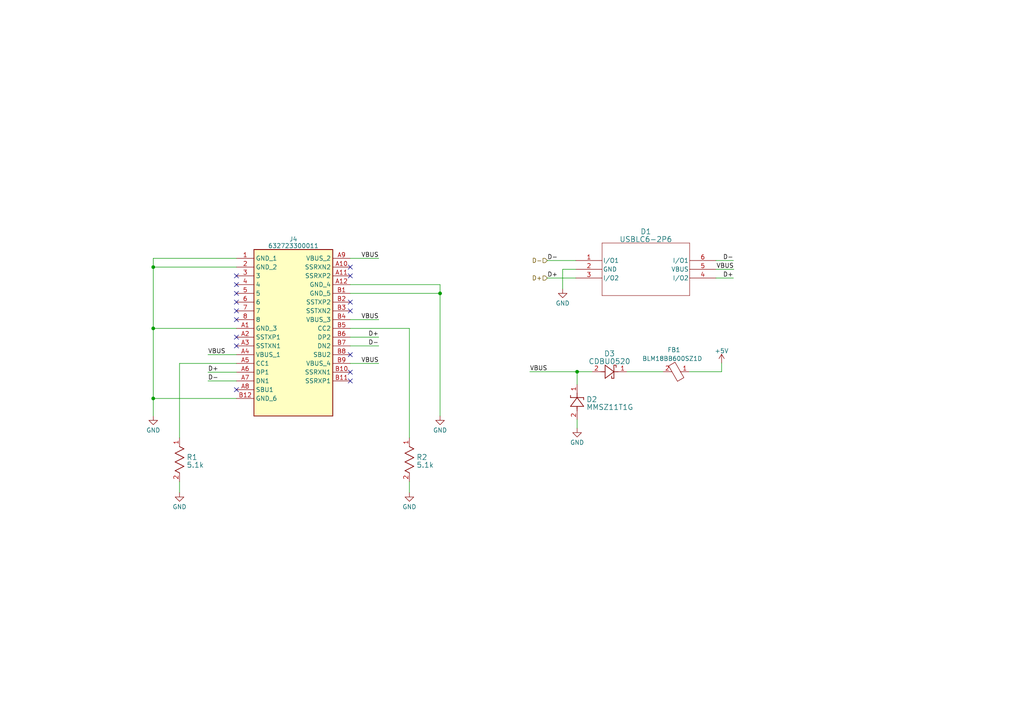
<source format=kicad_sch>
(kicad_sch (version 20230121) (generator eeschema)

  (uuid 3ea587a6-73d6-4efc-a91a-4fcc4846c910)

  (paper "A4")

  (lib_symbols
    (symbol "Junon's KB:632723300011" (in_bom yes) (on_board yes)
      (property "Reference" "J" (at 29.21 7.62 0)
        (effects (font (size 1.27 1.27)) (justify left top))
      )
      (property "Value" "632723300011" (at 29.21 5.08 0)
        (effects (font (size 1.27 1.27)) (justify left top))
      )
      (property "Footprint" "junon-kb:632723300011" (at 29.21 -94.92 0)
        (effects (font (size 1.27 1.27)) (justify left top) hide)
      )
      (property "Datasheet" "http://katalog.we-online.de/em/datasheet/632723x00011.pdf" (at 29.21 -194.92 0)
        (effects (font (size 1.27 1.27)) (justify left top) hide)
      )
      (property "Height" "2" (at 29.21 -394.92 0)
        (effects (font (size 1.27 1.27)) (justify left top) hide)
      )
      (property "Manufacturer_Name" "Wurth Elektronik" (at 29.21 -494.92 0)
        (effects (font (size 1.27 1.27)) (justify left top) hide)
      )
      (property "Manufacturer_Part_Number" "632723300011" (at 29.21 -594.92 0)
        (effects (font (size 1.27 1.27)) (justify left top) hide)
      )
      (property "Mouser Part Number" "710-632723300011" (at 29.21 -694.92 0)
        (effects (font (size 1.27 1.27)) (justify left top) hide)
      )
      (property "Mouser Price/Stock" "https://www.mouser.co.uk/ProductDetail/Wurth-Elektronik/632723300011?qs=NK6InXoXhq4%252B5eM1PePLPg%3D%3D" (at 29.21 -794.92 0)
        (effects (font (size 1.27 1.27)) (justify left top) hide)
      )
      (property "Arrow Part Number" "" (at 29.21 -894.92 0)
        (effects (font (size 1.27 1.27)) (justify left top) hide)
      )
      (property "Arrow Price/Stock" "" (at 29.21 -994.92 0)
        (effects (font (size 1.27 1.27)) (justify left top) hide)
      )
      (property "ki_description" "USB Connectors WR-COM USB3.1 Type C SuperSpeed+ Rcpt" (at 0 0 0)
        (effects (font (size 1.27 1.27)) hide)
      )
      (symbol "632723300011_1_1"
        (rectangle (start 5.08 2.54) (end 27.94 -45.72)
          (stroke (width 0.254) (type default))
          (fill (type background))
        )
        (pin passive line (at 0 0 0) (length 5.08)
          (name "GND_1" (effects (font (size 1.27 1.27))))
          (number "1" (effects (font (size 1.27 1.27))))
        )
        (pin passive line (at 0 -2.54 0) (length 5.08)
          (name "GND_2" (effects (font (size 1.27 1.27))))
          (number "2" (effects (font (size 1.27 1.27))))
        )
        (pin passive line (at 0 -5.08 0) (length 5.08)
          (name "3" (effects (font (size 1.27 1.27))))
          (number "3" (effects (font (size 1.27 1.27))))
        )
        (pin passive line (at 0 -7.62 0) (length 5.08)
          (name "4" (effects (font (size 1.27 1.27))))
          (number "4" (effects (font (size 1.27 1.27))))
        )
        (pin passive line (at 0 -10.16 0) (length 5.08)
          (name "5" (effects (font (size 1.27 1.27))))
          (number "5" (effects (font (size 1.27 1.27))))
        )
        (pin passive line (at 0 -12.7 0) (length 5.08)
          (name "6" (effects (font (size 1.27 1.27))))
          (number "6" (effects (font (size 1.27 1.27))))
        )
        (pin passive line (at 0 -15.24 0) (length 5.08)
          (name "7" (effects (font (size 1.27 1.27))))
          (number "7" (effects (font (size 1.27 1.27))))
        )
        (pin passive line (at 0 -17.78 0) (length 5.08)
          (name "8" (effects (font (size 1.27 1.27))))
          (number "8" (effects (font (size 1.27 1.27))))
        )
        (pin passive line (at 0 -20.32 0) (length 5.08)
          (name "GND_3" (effects (font (size 1.27 1.27))))
          (number "A1" (effects (font (size 1.27 1.27))))
        )
        (pin passive line (at 33.02 -2.54 180) (length 5.08)
          (name "SSRXN2" (effects (font (size 1.27 1.27))))
          (number "A10" (effects (font (size 1.27 1.27))))
        )
        (pin passive line (at 33.02 -5.08 180) (length 5.08)
          (name "SSRXP2" (effects (font (size 1.27 1.27))))
          (number "A11" (effects (font (size 1.27 1.27))))
        )
        (pin passive line (at 33.02 -7.62 180) (length 5.08)
          (name "GND_4" (effects (font (size 1.27 1.27))))
          (number "A12" (effects (font (size 1.27 1.27))))
        )
        (pin passive line (at 0 -22.86 0) (length 5.08)
          (name "SSTXP1" (effects (font (size 1.27 1.27))))
          (number "A2" (effects (font (size 1.27 1.27))))
        )
        (pin passive line (at 0 -25.4 0) (length 5.08)
          (name "SSTXN1" (effects (font (size 1.27 1.27))))
          (number "A3" (effects (font (size 1.27 1.27))))
        )
        (pin passive line (at 0 -27.94 0) (length 5.08)
          (name "VBUS_1" (effects (font (size 1.27 1.27))))
          (number "A4" (effects (font (size 1.27 1.27))))
        )
        (pin passive line (at 0 -30.48 0) (length 5.08)
          (name "CC1" (effects (font (size 1.27 1.27))))
          (number "A5" (effects (font (size 1.27 1.27))))
        )
        (pin passive line (at 0 -33.02 0) (length 5.08)
          (name "DP1" (effects (font (size 1.27 1.27))))
          (number "A6" (effects (font (size 1.27 1.27))))
        )
        (pin passive line (at 0 -35.56 0) (length 5.08)
          (name "DN1" (effects (font (size 1.27 1.27))))
          (number "A7" (effects (font (size 1.27 1.27))))
        )
        (pin passive line (at 0 -38.1 0) (length 5.08)
          (name "SBU1" (effects (font (size 1.27 1.27))))
          (number "A8" (effects (font (size 1.27 1.27))))
        )
        (pin passive line (at 33.02 0 180) (length 5.08)
          (name "VBUS_2" (effects (font (size 1.27 1.27))))
          (number "A9" (effects (font (size 1.27 1.27))))
        )
        (pin passive line (at 33.02 -10.16 180) (length 5.08)
          (name "GND_5" (effects (font (size 1.27 1.27))))
          (number "B1" (effects (font (size 1.27 1.27))))
        )
        (pin passive line (at 33.02 -33.02 180) (length 5.08)
          (name "SSRXN1" (effects (font (size 1.27 1.27))))
          (number "B10" (effects (font (size 1.27 1.27))))
        )
        (pin passive line (at 33.02 -35.56 180) (length 5.08)
          (name "SSRXP1" (effects (font (size 1.27 1.27))))
          (number "B11" (effects (font (size 1.27 1.27))))
        )
        (pin passive line (at 0 -40.64 0) (length 5.08)
          (name "GND_6" (effects (font (size 1.27 1.27))))
          (number "B12" (effects (font (size 1.27 1.27))))
        )
        (pin passive line (at 33.02 -12.7 180) (length 5.08)
          (name "SSTXP2" (effects (font (size 1.27 1.27))))
          (number "B2" (effects (font (size 1.27 1.27))))
        )
        (pin passive line (at 33.02 -15.24 180) (length 5.08)
          (name "SSTXN2" (effects (font (size 1.27 1.27))))
          (number "B3" (effects (font (size 1.27 1.27))))
        )
        (pin passive line (at 33.02 -17.78 180) (length 5.08)
          (name "VBUS_3" (effects (font (size 1.27 1.27))))
          (number "B4" (effects (font (size 1.27 1.27))))
        )
        (pin passive line (at 33.02 -20.32 180) (length 5.08)
          (name "CC2" (effects (font (size 1.27 1.27))))
          (number "B5" (effects (font (size 1.27 1.27))))
        )
        (pin passive line (at 33.02 -22.86 180) (length 5.08)
          (name "DP2" (effects (font (size 1.27 1.27))))
          (number "B6" (effects (font (size 1.27 1.27))))
        )
        (pin passive line (at 33.02 -25.4 180) (length 5.08)
          (name "DN2" (effects (font (size 1.27 1.27))))
          (number "B7" (effects (font (size 1.27 1.27))))
        )
        (pin passive line (at 33.02 -27.94 180) (length 5.08)
          (name "SBU2" (effects (font (size 1.27 1.27))))
          (number "B8" (effects (font (size 1.27 1.27))))
        )
        (pin passive line (at 33.02 -30.48 180) (length 5.08)
          (name "VBUS_4" (effects (font (size 1.27 1.27))))
          (number "B9" (effects (font (size 1.27 1.27))))
        )
      )
    )
    (symbol "Junon's KB:BLM18BB600SZ1D" (in_bom yes) (on_board yes)
      (property "Reference" "FB" (at 0 6.985 0)
        (effects (font (size 1.27 1.27)) (justify left top))
      )
      (property "Value" "BLM18BB600SZ1D" (at 0 4.445 0)
        (effects (font (size 1.27 1.27)) (justify left top))
      )
      (property "Footprint" "BLM18EG121SH1D" (at 16.51 -94.92 0)
        (effects (font (size 1.27 1.27)) (justify left top) hide)
      )
      (property "Datasheet" "http://www.murata.com/~/media/webrenewal/support/library/catalog/products/emc/emifil/c31e.ashx?la=en-gb" (at 16.51 -194.92 0)
        (effects (font (size 1.27 1.27)) (justify left top) hide)
      )
      (property "Height" "0.95" (at 16.51 -394.92 0)
        (effects (font (size 1.27 1.27)) (justify left top) hide)
      )
      (property "Manufacturer_Name" "Murata Electronics" (at 16.51 -494.92 0)
        (effects (font (size 1.27 1.27)) (justify left top) hide)
      )
      (property "Manufacturer_Part_Number" "BLM18BB600SZ1D" (at 16.51 -594.92 0)
        (effects (font (size 1.27 1.27)) (justify left top) hide)
      )
      (property "Mouser Part Number" "81-BLM18BB600SZ1D" (at 16.51 -694.92 0)
        (effects (font (size 1.27 1.27)) (justify left top) hide)
      )
      (property "Mouser Price/Stock" "https://www.mouser.com/Search/Refine.aspx?Keyword=81-BLM18BB600SZ1D" (at 16.51 -794.92 0)
        (effects (font (size 1.27 1.27)) (justify left top) hide)
      )
      (property "Arrow Part Number" "" (at 16.51 -894.92 0)
        (effects (font (size 1.27 1.27)) (justify left top) hide)
      )
      (property "Arrow Price/Stock" "" (at 16.51 -994.92 0)
        (effects (font (size 1.27 1.27)) (justify left top) hide)
      )
      (property "ki_description" "BLM18_Z1D Series EMI Suppression Filter 60+/-25% at 100MHz 600mA @85" (at 0 0 0)
        (effects (font (size 1.27 1.27)) hide)
      )
      (symbol "BLM18BB600SZ1D_0_1"
        (polyline
          (pts
            (xy 2.54 0)
            (xy 2.5146 0)
          )
          (stroke (width 0) (type default))
          (fill (type none))
        )
        (polyline
          (pts
            (xy 5.08 0)
            (xy 5.0292 0)
          )
          (stroke (width 0) (type default))
          (fill (type none))
        )
        (polyline
          (pts
            (xy 3.4036 -2.7686)
            (xy 1.5494 -1.7018)
            (xy 4.1148 2.7686)
            (xy 5.969 1.6764)
            (xy 3.4036 -2.7686)
          )
          (stroke (width 0) (type default))
          (fill (type none))
        )
      )
      (symbol "BLM18BB600SZ1D_1_1"
        (pin passive line (at 0 0 0) (length 2.54)
          (name "~" (effects (font (size 1.27 1.27))))
          (number "1" (effects (font (size 1.27 1.27))))
        )
        (pin passive line (at 7.62 0 180) (length 2.54)
          (name "~" (effects (font (size 1.27 1.27))))
          (number "2" (effects (font (size 1.27 1.27))))
        )
      )
    )
    (symbol "Junon's KB:CDBU0520" (pin_names (offset 0.254)) (in_bom yes) (on_board yes)
      (property "Reference" "U" (at 5.08 5.08 0)
        (effects (font (size 1.524 1.524)))
      )
      (property "Value" "CDBU0520" (at 5.08 -4.445 0)
        (effects (font (size 1.524 1.524)))
      )
      (property "Footprint" "junon-kb:CDBU" (at 0 0 0)
        (effects (font (size 1.27 1.27) italic) hide)
      )
      (property "Datasheet" "https://www.mouser.de/datasheet/2/80/CDBU0520_HF_RevA797161-2489860.pdf" (at 0 0 0)
        (effects (font (size 1.27 1.27) italic) hide)
      )
      (property "Arrow ID" "CDBU0520" (at 0 -3 0)
        (effects (font (size 1.27 1.27) italic) hide)
      )
      (property "Mfr. Name" "Comchip" (at 0 -3 0)
        (effects (font (size 1.27 1.27) italic) hide)
      )
      (property "Mfr. Number" "CDBU0520" (at 0 -3 0)
        (effects (font (size 1.27 1.27) italic) hide)
      )
      (property "Mouser ID" "750-CDBU0520" (at 0 -3 0)
        (effects (font (size 1.27 1.27) italic) hide)
      )
      (property "Description" "SMT Schottky Diode 30V 0.5A 2-Pin SOD-523F (0603) | Comchip Technology CDBU0520" (at 0 -3 0)
        (effects (font (size 1.27 1.27) italic) hide)
      )
      (property "Mouser URL" "https://www.mouser.de/ProductDetail/Comchip-Technology/CDBU0520?qs=QrYNfmA0esYvGSGDalbccA%3D%3D" (at 0 -3 0)
        (effects (font (size 1.27 1.27) italic) hide)
      )
      (property "DigiKey ID" "641-1332-1-ND" (at 0 -3 0)
        (effects (font (size 1.27 1.27) italic) hide)
      )
      (property "ki_locked" "" (at 0 0 0)
        (effects (font (size 1.27 1.27)))
      )
      (property "ki_keywords" "CDBU0520" (at 0 0 0)
        (effects (font (size 1.27 1.27)) hide)
      )
      (property "ki_description" "SMT Schottky Diode 30V 0.5A 2-Pin SOD-523F (0603) | Comchip Technology CDBU0520" (at 0 0 0)
        (effects (font (size 1.27 1.27)) hide)
      )
      (property "ki_fp_filters" "CDBU CDBU-M CDBU-L" (at 0 0 0)
        (effects (font (size 1.27 1.27)) hide)
      )
      (symbol "CDBU0520_0_1"
        (polyline
          (pts
            (xy 3.175 1.905)
            (xy 3.175 1.27)
          )
          (stroke (width 0.2032) (type default))
          (fill (type none))
        )
        (polyline
          (pts
            (xy 3.175 1.905)
            (xy 3.81 1.905)
          )
          (stroke (width 0.2032) (type default))
          (fill (type none))
        )
        (polyline
          (pts
            (xy 3.81 0)
            (xy 2.54 0)
          )
          (stroke (width 0.2032) (type default))
          (fill (type none))
        )
        (polyline
          (pts
            (xy 3.81 0)
            (xy 6.35 -1.905)
          )
          (stroke (width 0.2032) (type default))
          (fill (type none))
        )
        (polyline
          (pts
            (xy 3.81 1.905)
            (xy 3.81 -1.905)
          )
          (stroke (width 0.2032) (type default))
          (fill (type none))
        )
        (polyline
          (pts
            (xy 4.445 -1.905)
            (xy 3.81 -1.905)
          )
          (stroke (width 0.2032) (type default))
          (fill (type none))
        )
        (polyline
          (pts
            (xy 4.445 -1.905)
            (xy 4.445 -1.27)
          )
          (stroke (width 0.2032) (type default))
          (fill (type none))
        )
        (polyline
          (pts
            (xy 6.35 -1.905)
            (xy 6.35 1.905)
          )
          (stroke (width 0.2032) (type default))
          (fill (type none))
        )
        (polyline
          (pts
            (xy 6.35 1.905)
            (xy 3.81 0)
          )
          (stroke (width 0.2032) (type default))
          (fill (type none))
        )
        (polyline
          (pts
            (xy 6.985 0)
            (xy 6.35 0)
          )
          (stroke (width 0.2032) (type default))
          (fill (type none))
        )
        (polyline
          (pts
            (xy 7.62 0)
            (xy 6.6802 0)
          )
          (stroke (width 0.2032) (type default))
          (fill (type none))
        )
        (pin unspecified line (at 0 0 0) (length 2.54)
          (name "" (effects (font (size 1.27 1.27))))
          (number "1" (effects (font (size 1.27 1.27))))
        )
        (pin unspecified line (at 10.16 0 180) (length 2.54)
          (name "" (effects (font (size 1.27 1.27))))
          (number "2" (effects (font (size 1.27 1.27))))
        )
      )
    )
    (symbol "Junon's KB:ERJ-UP3F5101V" (pin_names (offset 0.254)) (in_bom yes) (on_board yes)
      (property "Reference" "R" (at 5.715 3.81 0)
        (effects (font (size 1.524 1.524)))
      )
      (property "Value" "ERJ-UP3F5101V" (at 6.35 -3.81 0)
        (effects (font (size 1.524 1.524)))
      )
      (property "Footprint" "junon-kb:RES_ERJUP3_PAN" (at 0 0 0)
        (effects (font (size 1.27 1.27) italic) hide)
      )
      (property "Datasheet" "https://www.mouser.de/datasheet/2/315/Panasonic_Resistors_Thick_Film_Anti_Sulf_Anti_Surg-1825099.pdf" (at 0 0 0)
        (effects (font (size 1.27 1.27) italic) hide)
      )
      (property "Mfr. Number" "ERJ-UP3F5101V" (at 0 -3 0)
        (effects (font (size 1.27 1.27) italic) hide)
      )
      (property "Mouser ID" "667-ERJ-UP3F5101V" (at 0 -3 0)
        (effects (font (size 1.27 1.27) italic) hide)
      )
      (property "Arrow ID" "null" (at 0 -3 0)
        (effects (font (size 1.27 1.27) italic) hide)
      )
      (property "Description" "Res Thick Film 0603 5.1K Ohm 1% 0.25W(1/4W) ±100ppm/C Sulfur Resistant Pad SMD Automotive T/R" (at 0 -3 0)
        (effects (font (size 1.27 1.27) italic) hide)
      )
      (property "Mouser URL" "https://www.mouser.de/ProductDetail/Panasonic/ERJ-UP3F5101V?qs=GedFDFLaBXEn4HV0BqOALQ%3D%3D" (at 0 -3 0)
        (effects (font (size 1.27 1.27) italic) hide)
      )
      (property "Mfr. Name" "Panasonic" (at 0 -3 0)
        (effects (font (size 1.27 1.27) italic) hide)
      )
      (property "DigiKey ID" "10-ERJ-UP3F5101VCT-ND" (at 0 -3 0)
        (effects (font (size 1.27 1.27) italic) hide)
      )
      (property "ki_locked" "" (at 0 0 0)
        (effects (font (size 1.27 1.27)))
      )
      (property "ki_keywords" "ERJ-UP3F5101V" (at 0 0 0)
        (effects (font (size 1.27 1.27)) hide)
      )
      (property "ki_description" "Res Thick Film 0603 5.1K Ohm 1% 0.25W(1/4W) ±100ppm/C Sulfur Resistant Pad SMD Automotive T/R" (at 0 0 0)
        (effects (font (size 1.27 1.27)) hide)
      )
      (property "ki_fp_filters" "RES_ERJUP3_PAN RES_ERJUP3_PAN-M RES_ERJUP3_PAN-L" (at 0 0 0)
        (effects (font (size 1.27 1.27)) hide)
      )
      (symbol "ERJ-UP3F5101V_1_1"
        (polyline
          (pts
            (xy 2.54 0)
            (xy 3.175 1.27)
          )
          (stroke (width 0.2032) (type default))
          (fill (type none))
        )
        (polyline
          (pts
            (xy 3.175 1.27)
            (xy 4.445 -1.27)
          )
          (stroke (width 0.2032) (type default))
          (fill (type none))
        )
        (polyline
          (pts
            (xy 4.445 -1.27)
            (xy 5.715 1.27)
          )
          (stroke (width 0.2032) (type default))
          (fill (type none))
        )
        (polyline
          (pts
            (xy 5.715 1.27)
            (xy 6.985 -1.27)
          )
          (stroke (width 0.2032) (type default))
          (fill (type none))
        )
        (polyline
          (pts
            (xy 6.985 -1.27)
            (xy 8.255 1.27)
          )
          (stroke (width 0.2032) (type default))
          (fill (type none))
        )
        (polyline
          (pts
            (xy 8.255 1.27)
            (xy 9.525 -1.27)
          )
          (stroke (width 0.2032) (type default))
          (fill (type none))
        )
        (polyline
          (pts
            (xy 9.525 -1.27)
            (xy 10.16 0)
          )
          (stroke (width 0.2032) (type default))
          (fill (type none))
        )
        (pin unspecified line (at 0 0 0) (length 2.54)
          (name "" (effects (font (size 1.27 1.27))))
          (number "1" (effects (font (size 1.27 1.27))))
        )
        (pin unspecified line (at 12.7 0 180) (length 2.54)
          (name "" (effects (font (size 1.27 1.27))))
          (number "2" (effects (font (size 1.27 1.27))))
        )
      )
      (symbol "ERJ-UP3F5101V_1_2"
        (polyline
          (pts
            (xy -1.27 3.175)
            (xy 1.27 4.445)
          )
          (stroke (width 0.2032) (type default))
          (fill (type none))
        )
        (polyline
          (pts
            (xy -1.27 5.715)
            (xy 1.27 6.985)
          )
          (stroke (width 0.2032) (type default))
          (fill (type none))
        )
        (polyline
          (pts
            (xy -1.27 8.255)
            (xy 1.27 9.525)
          )
          (stroke (width 0.2032) (type default))
          (fill (type none))
        )
        (polyline
          (pts
            (xy 0 2.54)
            (xy -1.27 3.175)
          )
          (stroke (width 0.2032) (type default))
          (fill (type none))
        )
        (polyline
          (pts
            (xy 1.27 4.445)
            (xy -1.27 5.715)
          )
          (stroke (width 0.2032) (type default))
          (fill (type none))
        )
        (polyline
          (pts
            (xy 1.27 6.985)
            (xy -1.27 8.255)
          )
          (stroke (width 0.2032) (type default))
          (fill (type none))
        )
        (polyline
          (pts
            (xy 1.27 9.525)
            (xy 0 10.16)
          )
          (stroke (width 0.2032) (type default))
          (fill (type none))
        )
        (pin unspecified line (at 0 12.7 270) (length 2.54)
          (name "" (effects (font (size 1.27 1.27))))
          (number "1" (effects (font (size 1.27 1.27))))
        )
        (pin unspecified line (at 0 0 90) (length 2.54)
          (name "" (effects (font (size 1.27 1.27))))
          (number "2" (effects (font (size 1.27 1.27))))
        )
      )
    )
    (symbol "Junon's KB:MMSZ11T1G" (pin_names (offset 0.254)) (in_bom yes) (on_board yes)
      (property "Reference" "U" (at 5.08 5.715 0)
        (effects (font (size 1.524 1.524)))
      )
      (property "Value" "MMSZ11T1G" (at 5.08 3.175 0)
        (effects (font (size 1.524 1.524)))
      )
      (property "Footprint" "junon-kb:SOD-123_ONS" (at 0.635 10.795 0)
        (effects (font (size 1.27 1.27) italic) hide)
      )
      (property "Datasheet" "https://www.mouser.de/datasheet/2/308/1/MMSZ2V4T1_D-2316151.pdf" (at 1.905 13.97 0)
        (effects (font (size 1.27 1.27) italic) hide)
      )
      (property "Description" "MMSZ11T1G Zener Diode, 11V 5% 500 mW SMT 3-Pin SOD-123 | ON Semiconductor MMSZ11T1G" (at 0.635 17.145 0)
        (effects (font (size 1.27 1.27) italic) hide)
      )
      (property "Mouser ID" "863-MMSZ11T1G" (at 0.635 17.145 0)
        (effects (font (size 1.27 1.27) italic) hide)
      )
      (property "Arrow ID" "MMSZ11T1G" (at 0.635 17.145 0)
        (effects (font (size 1.27 1.27) italic) hide)
      )
      (property "Mfr. Name" "onsemi" (at 0.635 17.145 0)
        (effects (font (size 1.27 1.27) italic) hide)
      )
      (property "Mfr. Number" "MMSZ11T1G" (at 0.635 17.145 0)
        (effects (font (size 1.27 1.27) italic) hide)
      )
      (property "DigiKey ID" "MMSZ11T1GOSCT-ND" (at 0.635 17.145 0)
        (effects (font (size 1.27 1.27) italic) hide)
      )
      (property "Mouser URL" "https://www.mouser.de/ProductDetail/onsemi/MMSZ11T1G?qs=P4IOph%252Bbot8p%2F5VT25nATQ%3D%3D" (at 0.635 17.145 0)
        (effects (font (size 1.27 1.27) italic) hide)
      )
      (property "ki_locked" "" (at 0 0 0)
        (effects (font (size 1.27 1.27)))
      )
      (property "ki_keywords" "MMSZ11T1G" (at 0 0 0)
        (effects (font (size 1.27 1.27)) hide)
      )
      (property "ki_description" "MMSZ11T1G Zener Diode, 11V 5% 500 mW SMT 3-Pin SOD-123 | ON Semiconductor MMSZ11T1G" (at 0 0 0)
        (effects (font (size 1.27 1.27)) hide)
      )
      (property "ki_fp_filters" "SOD-123_ONS SOD-123_ONS-M SOD-123_ONS-L" (at 0 0 0)
        (effects (font (size 1.27 1.27)) hide)
      )
      (symbol "MMSZ11T1G_0_1"
        (polyline
          (pts
            (xy 3.175 1.905)
            (xy 3.81 1.905)
          )
          (stroke (width 0.2032) (type default))
          (fill (type none))
        )
        (polyline
          (pts
            (xy 3.81 0)
            (xy 2.54 0)
          )
          (stroke (width 0.2032) (type default))
          (fill (type none))
        )
        (polyline
          (pts
            (xy 3.81 0)
            (xy 6.35 -1.905)
          )
          (stroke (width 0.2032) (type default))
          (fill (type none))
        )
        (polyline
          (pts
            (xy 3.81 1.905)
            (xy 3.81 -1.905)
          )
          (stroke (width 0.2032) (type default))
          (fill (type none))
        )
        (polyline
          (pts
            (xy 4.445 -1.905)
            (xy 3.81 -1.905)
          )
          (stroke (width 0.2032) (type default))
          (fill (type none))
        )
        (polyline
          (pts
            (xy 6.35 -1.905)
            (xy 6.35 1.905)
          )
          (stroke (width 0.2032) (type default))
          (fill (type none))
        )
        (polyline
          (pts
            (xy 6.35 1.905)
            (xy 3.81 0)
          )
          (stroke (width 0.2032) (type default))
          (fill (type none))
        )
        (polyline
          (pts
            (xy 6.985 0)
            (xy 6.35 0)
          )
          (stroke (width 0.2032) (type default))
          (fill (type none))
        )
        (polyline
          (pts
            (xy 7.62 0)
            (xy 6.6802 0)
          )
          (stroke (width 0.2032) (type default))
          (fill (type none))
        )
        (pin unspecified line (at 0 0 0) (length 2.54)
          (name "" (effects (font (size 1.27 1.27))))
          (number "1" (effects (font (size 1.27 1.27))))
        )
        (pin unspecified line (at 10.16 0 180) (length 2.54)
          (name "" (effects (font (size 1.27 1.27))))
          (number "2" (effects (font (size 1.27 1.27))))
        )
      )
    )
    (symbol "Junon's KB:USBLC6-2P6" (pin_names (offset 0.254)) (in_bom yes) (on_board yes)
      (property "Reference" "CR" (at 20.32 10.16 0)
        (effects (font (size 1.524 1.524)))
      )
      (property "Value" "USBLC6-2P6" (at 20.32 7.62 0)
        (effects (font (size 1.524 1.524)))
      )
      (property "Footprint" "junon-kb:SOT-666_STM" (at 0 0 0)
        (effects (font (size 1.27 1.27) italic) hide)
      )
      (property "Datasheet" "https://www.mouser.de/datasheet/2/389/usblc6_2-1852789.pdf" (at 0 0 0)
        (effects (font (size 1.27 1.27) italic) hide)
      )
      (property "Mfr. Number" "USBLC6-2P6" (at 0 -3 0)
        (effects (font (size 1.27 1.27) italic) hide)
      )
      (property "Description" "ESD Protection for USB 2.0 High Speed" (at 0 -3 0)
        (effects (font (size 1.27 1.27) italic) hide)
      )
      (property "Mouser URL" "https://www.mouser.de/ProductDetail/STMicroelectronics/USBLC6-2P6?qs=6ARB0lp6jlViGcbUSvj1Mw%3D%3D" (at 0 -3 0)
        (effects (font (size 1.27 1.27) italic) hide)
      )
      (property "Arrow ID" "USBLC6-2P6" (at 0 -3 0)
        (effects (font (size 1.27 1.27) italic) hide)
      )
      (property "Mouser ID" "511-USBLC6-2P6" (at 0 -3 0)
        (effects (font (size 1.27 1.27) italic) hide)
      )
      (property "Mfr. Name" "STMicroelectronics" (at 0 -3 0)
        (effects (font (size 1.27 1.27) italic) hide)
      )
      (property "DigiKey ID" "497-5026-1-ND" (at 0 -3 0)
        (effects (font (size 1.27 1.27) italic) hide)
      )
      (property "ki_locked" "" (at 0 0 0)
        (effects (font (size 1.27 1.27)))
      )
      (property "ki_keywords" "USBLC6-2P6" (at 0 0 0)
        (effects (font (size 1.27 1.27)) hide)
      )
      (property "ki_description" "ESD Protection for USB 2.0 High Speed" (at 0 0 0)
        (effects (font (size 1.27 1.27)) hide)
      )
      (property "ki_fp_filters" "SOT-666_STM SOT-666_STM-M SOT-666_STM-L" (at 0 0 0)
        (effects (font (size 1.27 1.27)) hide)
      )
      (symbol "USBLC6-2P6_0_1"
        (polyline
          (pts
            (xy 7.62 -10.16)
            (xy 33.02 -10.16)
          )
          (stroke (width 0.127) (type default))
          (fill (type none))
        )
        (polyline
          (pts
            (xy 7.62 5.08)
            (xy 7.62 -10.16)
          )
          (stroke (width 0.127) (type default))
          (fill (type none))
        )
        (polyline
          (pts
            (xy 33.02 -10.16)
            (xy 33.02 5.08)
          )
          (stroke (width 0.127) (type default))
          (fill (type none))
        )
        (polyline
          (pts
            (xy 33.02 5.08)
            (xy 7.62 5.08)
          )
          (stroke (width 0.127) (type default))
          (fill (type none))
        )
        (pin bidirectional line (at 0 0 0) (length 7.62)
          (name "I/O1" (effects (font (size 1.27 1.27))))
          (number "1" (effects (font (size 1.27 1.27))))
        )
        (pin power_in line (at 0 -2.54 0) (length 7.62)
          (name "GND" (effects (font (size 1.27 1.27))))
          (number "2" (effects (font (size 1.27 1.27))))
        )
        (pin bidirectional line (at 0 -5.08 0) (length 7.62)
          (name "I/O2" (effects (font (size 1.27 1.27))))
          (number "3" (effects (font (size 1.27 1.27))))
        )
        (pin bidirectional line (at 40.64 -5.08 180) (length 7.62)
          (name "I/O2" (effects (font (size 1.27 1.27))))
          (number "4" (effects (font (size 1.27 1.27))))
        )
        (pin power_in line (at 40.64 -2.54 180) (length 7.62)
          (name "VBUS" (effects (font (size 1.27 1.27))))
          (number "5" (effects (font (size 1.27 1.27))))
        )
        (pin bidirectional line (at 40.64 0 180) (length 7.62)
          (name "I/O1" (effects (font (size 1.27 1.27))))
          (number "6" (effects (font (size 1.27 1.27))))
        )
      )
    )
    (symbol "power:+5V" (power) (pin_names (offset 0)) (in_bom yes) (on_board yes)
      (property "Reference" "#PWR" (at 0 -3.81 0)
        (effects (font (size 1.27 1.27)) hide)
      )
      (property "Value" "+5V" (at 0 3.556 0)
        (effects (font (size 1.27 1.27)))
      )
      (property "Footprint" "" (at 0 0 0)
        (effects (font (size 1.27 1.27)) hide)
      )
      (property "Datasheet" "" (at 0 0 0)
        (effects (font (size 1.27 1.27)) hide)
      )
      (property "ki_keywords" "global power" (at 0 0 0)
        (effects (font (size 1.27 1.27)) hide)
      )
      (property "ki_description" "Power symbol creates a global label with name \"+5V\"" (at 0 0 0)
        (effects (font (size 1.27 1.27)) hide)
      )
      (symbol "+5V_0_1"
        (polyline
          (pts
            (xy -0.762 1.27)
            (xy 0 2.54)
          )
          (stroke (width 0) (type default))
          (fill (type none))
        )
        (polyline
          (pts
            (xy 0 0)
            (xy 0 2.54)
          )
          (stroke (width 0) (type default))
          (fill (type none))
        )
        (polyline
          (pts
            (xy 0 2.54)
            (xy 0.762 1.27)
          )
          (stroke (width 0) (type default))
          (fill (type none))
        )
      )
      (symbol "+5V_1_1"
        (pin power_in line (at 0 0 90) (length 0) hide
          (name "+5V" (effects (font (size 1.27 1.27))))
          (number "1" (effects (font (size 1.27 1.27))))
        )
      )
    )
    (symbol "power:GND" (power) (pin_names (offset 0)) (in_bom yes) (on_board yes)
      (property "Reference" "#PWR" (at 0 -6.35 0)
        (effects (font (size 1.27 1.27)) hide)
      )
      (property "Value" "GND" (at 0 -3.81 0)
        (effects (font (size 1.27 1.27)))
      )
      (property "Footprint" "" (at 0 0 0)
        (effects (font (size 1.27 1.27)) hide)
      )
      (property "Datasheet" "" (at 0 0 0)
        (effects (font (size 1.27 1.27)) hide)
      )
      (property "ki_keywords" "global power" (at 0 0 0)
        (effects (font (size 1.27 1.27)) hide)
      )
      (property "ki_description" "Power symbol creates a global label with name \"GND\" , ground" (at 0 0 0)
        (effects (font (size 1.27 1.27)) hide)
      )
      (symbol "GND_0_1"
        (polyline
          (pts
            (xy 0 0)
            (xy 0 -1.27)
            (xy 1.27 -1.27)
            (xy 0 -2.54)
            (xy -1.27 -1.27)
            (xy 0 -1.27)
          )
          (stroke (width 0) (type default))
          (fill (type none))
        )
      )
      (symbol "GND_1_1"
        (pin power_in line (at 0 0 270) (length 0) hide
          (name "GND" (effects (font (size 1.27 1.27))))
          (number "1" (effects (font (size 1.27 1.27))))
        )
      )
    )
  )

  (junction (at 44.45 77.47) (diameter 0) (color 0 0 0 0)
    (uuid 19373f27-a5e1-4f0c-a7e3-ebb5ffbd774f)
  )
  (junction (at 127.635 85.09) (diameter 0) (color 0 0 0 0)
    (uuid 8eebb54e-b5bc-414e-8606-a42462626475)
  )
  (junction (at 44.45 115.57) (diameter 0) (color 0 0 0 0)
    (uuid a21fa820-7604-4a20-bdfa-0196ef7435d4)
  )
  (junction (at 167.386 107.823) (diameter 0) (color 0 0 0 0)
    (uuid a4b74d5a-dc60-4e5f-98e2-62e3b7f08a3a)
  )
  (junction (at 44.45 95.25) (diameter 0) (color 0 0 0 0)
    (uuid ff62ec29-79a1-48e8-90af-7cd342bc64c8)
  )

  (no_connect (at 68.58 97.79) (uuid 012bec44-eb6c-4e06-9e6d-b6270b46ed8e))
  (no_connect (at 68.58 85.09) (uuid 225e28b4-621d-4f53-a8be-cb3649bf3935))
  (no_connect (at 68.58 80.01) (uuid 4e63a7b6-70a1-4568-9499-f0c8cecf7b5e))
  (no_connect (at 68.58 113.03) (uuid 702da97d-19c5-48cf-9586-f962072d31a9))
  (no_connect (at 68.58 92.71) (uuid 8997ed93-014b-4c17-8924-273355686335))
  (no_connect (at 68.58 100.33) (uuid 939a1263-d0d6-46d7-99a9-9338fb34e43b))
  (no_connect (at 68.58 90.17) (uuid 94ed7e4d-9f45-472c-8faa-02b9c1de73c5))
  (no_connect (at 101.6 107.95) (uuid a44886ea-6cc8-4b26-9571-0e71f266b4a7))
  (no_connect (at 68.58 82.55) (uuid bbac01a7-25b6-4bdb-a911-761dcc359688))
  (no_connect (at 101.6 87.63) (uuid c8adbf0b-c742-4467-9618-c54da4ba2774))
  (no_connect (at 101.6 90.17) (uuid c96acf6e-3779-492d-b4e4-c0e50a173b0c))
  (no_connect (at 101.6 102.87) (uuid cc20b2ec-11c8-4ddf-bbc8-b3a7331331d5))
  (no_connect (at 101.6 110.49) (uuid cd7c71ca-6c8b-44e0-9b6b-36484cd89bfd))
  (no_connect (at 101.6 77.47) (uuid d4549227-c7ab-4bb9-ae3b-ef3f0e72dfc5))
  (no_connect (at 101.6 80.01) (uuid d94499cf-3f44-4a14-bd00-4fdc343fb29e))
  (no_connect (at 68.58 87.63) (uuid dd52caee-d070-458d-b23f-1ff098c35f29))

  (wire (pts (xy 52.07 142.875) (xy 52.07 139.7))
    (stroke (width 0) (type default))
    (uuid 0b1a4227-f10b-4cee-97ec-b419de3269e2)
  )
  (wire (pts (xy 44.45 95.25) (xy 44.45 115.57))
    (stroke (width 0) (type default))
    (uuid 10a1c629-8818-4fd1-b3c8-27d9966e3e14)
  )
  (wire (pts (xy 158.75 80.645) (xy 167.005 80.645))
    (stroke (width 0) (type default))
    (uuid 113a6391-f1aa-48b7-9982-c4ec80a3c7d3)
  )
  (wire (pts (xy 109.855 105.41) (xy 101.6 105.41))
    (stroke (width 0) (type default))
    (uuid 12cea79c-d421-4bff-91ac-cd8ffe19a0aa)
  )
  (wire (pts (xy 109.855 74.93) (xy 101.6 74.93))
    (stroke (width 0) (type default))
    (uuid 1868d5c4-9533-41ce-80a6-9cf2d3ce7637)
  )
  (wire (pts (xy 167.386 107.823) (xy 153.67 107.823))
    (stroke (width 0) (type default))
    (uuid 1b4fd409-1055-4f60-a554-e88d3245f1e0)
  )
  (wire (pts (xy 163.195 78.105) (xy 163.195 83.82))
    (stroke (width 0) (type default))
    (uuid 202eba83-3e2f-40d6-8aad-72d1228121a4)
  )
  (wire (pts (xy 167.386 121.666) (xy 167.386 124.206))
    (stroke (width 0) (type default))
    (uuid 264b03be-a4e4-4af9-aa1a-d1f6f0e25e4b)
  )
  (wire (pts (xy 109.855 92.71) (xy 101.6 92.71))
    (stroke (width 0) (type default))
    (uuid 28ca57c3-4113-4a2a-ac93-4bd4b7677beb)
  )
  (wire (pts (xy 101.6 85.09) (xy 127.635 85.09))
    (stroke (width 0) (type default))
    (uuid 418ec21e-180e-4ae3-b06d-8edae2baf01b)
  )
  (wire (pts (xy 44.45 74.93) (xy 44.45 77.47))
    (stroke (width 0) (type default))
    (uuid 41ca4f0a-8bc8-4553-929f-03d1534dbe2e)
  )
  (wire (pts (xy 101.6 95.25) (xy 118.745 95.25))
    (stroke (width 0) (type default))
    (uuid 52403b95-132e-489b-aac8-4291867379f1)
  )
  (wire (pts (xy 127.635 85.09) (xy 127.635 120.65))
    (stroke (width 0) (type default))
    (uuid 5998bb51-7e2c-468b-9625-35c4e185aef7)
  )
  (wire (pts (xy 171.704 107.823) (xy 167.386 107.823))
    (stroke (width 0) (type default))
    (uuid 5b57ad0e-584e-4c28-8585-90bc8eb0b728)
  )
  (wire (pts (xy 52.07 105.41) (xy 68.58 105.41))
    (stroke (width 0) (type default))
    (uuid 5cfeaeb2-a9ef-4926-bbaa-f09f32c400d3)
  )
  (wire (pts (xy 207.645 80.645) (xy 212.725 80.645))
    (stroke (width 0) (type default))
    (uuid 6637e25a-6167-4075-aa3b-837c68100d96)
  )
  (wire (pts (xy 44.45 115.57) (xy 44.45 120.65))
    (stroke (width 0) (type default))
    (uuid 77e7df78-ec3f-4cf0-9fd8-b6b78222452a)
  )
  (wire (pts (xy 109.855 97.79) (xy 101.6 97.79))
    (stroke (width 0) (type default))
    (uuid 869e7298-3b5e-4723-ba0b-dddac62dd1b4)
  )
  (wire (pts (xy 44.45 77.47) (xy 44.45 95.25))
    (stroke (width 0) (type default))
    (uuid 8e17b210-b23f-4828-b02b-f615a561ed8e)
  )
  (wire (pts (xy 60.325 102.87) (xy 68.58 102.87))
    (stroke (width 0) (type default))
    (uuid 98363858-9bf3-4d65-8ee7-bac3425fa393)
  )
  (wire (pts (xy 192.278 107.823) (xy 181.864 107.823))
    (stroke (width 0) (type default))
    (uuid ab705d11-34dd-4bf4-ab61-9cd44ad11294)
  )
  (wire (pts (xy 167.386 107.823) (xy 167.386 111.506))
    (stroke (width 0) (type default))
    (uuid ad987d1a-2498-4b62-b740-538a1649545e)
  )
  (wire (pts (xy 158.75 75.565) (xy 167.005 75.565))
    (stroke (width 0) (type default))
    (uuid af4225cf-8084-4e12-918e-1f09e12cf124)
  )
  (wire (pts (xy 118.745 142.875) (xy 118.745 139.7))
    (stroke (width 0) (type default))
    (uuid b2a23da1-2c4f-4612-bdbb-a5076716c8ab)
  )
  (wire (pts (xy 68.58 74.93) (xy 44.45 74.93))
    (stroke (width 0) (type default))
    (uuid b889055c-fbd4-4fc1-8a80-25eb460274a6)
  )
  (wire (pts (xy 118.745 95.25) (xy 118.745 127))
    (stroke (width 0) (type default))
    (uuid beb790f1-90ef-479b-8f6a-b4af973694b2)
  )
  (wire (pts (xy 207.645 75.565) (xy 212.725 75.565))
    (stroke (width 0) (type default))
    (uuid c0aa7959-7f03-4a62-8294-7d2857edb7b8)
  )
  (wire (pts (xy 199.898 107.823) (xy 209.296 107.823))
    (stroke (width 0) (type default))
    (uuid c1d7e1a5-3a9b-447f-9da6-669600252170)
  )
  (wire (pts (xy 60.325 110.49) (xy 68.58 110.49))
    (stroke (width 0) (type default))
    (uuid c49844b9-31aa-4586-a373-58cd88aea348)
  )
  (wire (pts (xy 68.58 95.25) (xy 44.45 95.25))
    (stroke (width 0) (type default))
    (uuid c8864e09-913f-421a-9b64-d2e333f8dc45)
  )
  (wire (pts (xy 44.45 115.57) (xy 68.58 115.57))
    (stroke (width 0) (type default))
    (uuid ca2f939f-40dd-40ff-a8e8-2b2521854ca7)
  )
  (wire (pts (xy 109.855 100.33) (xy 101.6 100.33))
    (stroke (width 0) (type default))
    (uuid d7eea067-7621-4311-8f8b-5a1df7b0c680)
  )
  (wire (pts (xy 52.07 105.41) (xy 52.07 127))
    (stroke (width 0) (type default))
    (uuid d81bfcbf-cb7d-4470-83c5-f0d432bc7eee)
  )
  (wire (pts (xy 60.325 107.95) (xy 68.58 107.95))
    (stroke (width 0) (type default))
    (uuid dbf71dd1-be9d-4da9-8033-750c3a780400)
  )
  (wire (pts (xy 209.296 107.823) (xy 209.296 105.283))
    (stroke (width 0) (type default))
    (uuid ddebbf17-c3e0-41f6-8e79-4a882dd60e46)
  )
  (wire (pts (xy 167.005 78.105) (xy 163.195 78.105))
    (stroke (width 0) (type default))
    (uuid e3799027-ff5d-4f72-bfde-415a002de4e3)
  )
  (wire (pts (xy 127.635 82.55) (xy 127.635 85.09))
    (stroke (width 0) (type default))
    (uuid e58458a3-ee58-4a58-b936-f37c73006019)
  )
  (wire (pts (xy 101.6 82.55) (xy 127.635 82.55))
    (stroke (width 0) (type default))
    (uuid e58930f0-ace7-473e-a790-46e799761ee1)
  )
  (wire (pts (xy 68.58 77.47) (xy 44.45 77.47))
    (stroke (width 0) (type default))
    (uuid ef2775ba-7c55-44a4-aa6d-1f92dfdceaa7)
  )
  (wire (pts (xy 207.645 78.105) (xy 212.852 78.105))
    (stroke (width 0) (type default))
    (uuid f448f31b-8759-4826-94f1-83fd52b22f18)
  )

  (label "D+" (at 60.325 107.95 0) (fields_autoplaced)
    (effects (font (size 1.27 1.27)) (justify left bottom))
    (uuid 07c7e28c-c425-40f0-912f-45dfb9bd8fdc)
  )
  (label "VBUS" (at 153.67 107.823 0) (fields_autoplaced)
    (effects (font (size 1.27 1.27)) (justify left bottom))
    (uuid 1f2b3c89-fb93-47e4-9bd6-1060dbc1fc99)
  )
  (label "VBUS" (at 60.325 102.87 0) (fields_autoplaced)
    (effects (font (size 1.27 1.27)) (justify left bottom))
    (uuid 22f9dcb8-27bd-49b4-883f-3d6dde592271)
  )
  (label "D-" (at 109.855 100.33 180) (fields_autoplaced)
    (effects (font (size 1.27 1.27)) (justify right bottom))
    (uuid 330140ed-05bd-4b1b-bb13-78dc6bf47f03)
  )
  (label "D+" (at 212.725 80.645 180) (fields_autoplaced)
    (effects (font (size 1.27 1.27)) (justify right bottom))
    (uuid 35eb8042-5ec9-4615-9fcc-373c8c6ee1a5)
  )
  (label "D-" (at 158.75 75.565 0) (fields_autoplaced)
    (effects (font (size 1.27 1.27)) (justify left bottom))
    (uuid 38870706-9a86-4629-b42c-8f3d4428cdf6)
  )
  (label "VBUS" (at 109.855 105.41 180) (fields_autoplaced)
    (effects (font (size 1.27 1.27)) (justify right bottom))
    (uuid 881a020b-4dbd-446d-bba8-d4d056a69f3a)
  )
  (label "VBUS" (at 109.855 74.93 180) (fields_autoplaced)
    (effects (font (size 1.27 1.27)) (justify right bottom))
    (uuid 906e4919-fcd8-4d9b-a9db-887f076bd901)
  )
  (label "VBUS" (at 109.855 92.71 180) (fields_autoplaced)
    (effects (font (size 1.27 1.27)) (justify right bottom))
    (uuid 959cb8f8-2e8e-4b11-8e2e-c1cebe0599fa)
  )
  (label "VBUS" (at 212.852 78.105 180) (fields_autoplaced)
    (effects (font (size 1.27 1.27)) (justify right bottom))
    (uuid 9ec956b0-7793-4b4e-9b17-3ec6a879a040)
  )
  (label "D-" (at 212.725 75.565 180) (fields_autoplaced)
    (effects (font (size 1.27 1.27)) (justify right bottom))
    (uuid 9f6de060-82f7-4999-a43b-84ef1aee92d9)
  )
  (label "D+" (at 158.75 80.645 0) (fields_autoplaced)
    (effects (font (size 1.27 1.27)) (justify left bottom))
    (uuid cbb1573d-77c4-4622-bcdf-cfdc7c8ae6a6)
  )
  (label "D-" (at 60.325 110.49 0) (fields_autoplaced)
    (effects (font (size 1.27 1.27)) (justify left bottom))
    (uuid d3875112-dcab-4db2-900d-9e33f12ed0fa)
  )
  (label "D+" (at 109.855 97.79 180) (fields_autoplaced)
    (effects (font (size 1.27 1.27)) (justify right bottom))
    (uuid d8d42950-cadd-41ed-b9f6-30fa94575513)
  )

  (hierarchical_label "D-" (shape input) (at 158.75 75.565 180) (fields_autoplaced)
    (effects (font (size 1.27 1.27)) (justify right))
    (uuid 3b8990c2-51da-4a2f-8398-40e98a9a9d8e)
  )
  (hierarchical_label "D+" (shape input) (at 158.75 80.645 180) (fields_autoplaced)
    (effects (font (size 1.27 1.27)) (justify right))
    (uuid fd757782-1eb6-40ad-97ab-78e1f1cc8d4b)
  )

  (symbol (lib_id "power:GND") (at 167.386 124.206 0) (mirror y) (unit 1)
    (in_bom yes) (on_board yes) (dnp no) (fields_autoplaced)
    (uuid 0fd73b6c-8b15-4159-b450-c9305083c037)
    (property "Reference" "#PWR040" (at 167.386 130.556 0)
      (effects (font (size 1.27 1.27)) hide)
    )
    (property "Value" "GND" (at 167.386 128.3415 0)
      (effects (font (size 1.27 1.27)))
    )
    (property "Footprint" "" (at 167.386 124.206 0)
      (effects (font (size 1.27 1.27)) hide)
    )
    (property "Datasheet" "" (at 167.386 124.206 0)
      (effects (font (size 1.27 1.27)) hide)
    )
    (pin "1" (uuid e4fc3077-8300-4d72-ad64-1e781e68712d))
    (instances
      (project "junon-kb"
        (path "/1b168127-fe42-47b1-9115-517d28be7dcb/5f76cd2e-45ea-4ace-a4fe-d19ba24e3d60"
          (reference "#PWR040") (unit 1)
        )
      )
    )
  )

  (symbol (lib_id "Junon's KB:ERJ-UP3F5101V") (at 52.07 127 270) (unit 1)
    (in_bom yes) (on_board yes) (dnp no) (fields_autoplaced)
    (uuid 15ce75f8-56e0-4b62-a9a4-c6ac37a07af7)
    (property "Reference" "R1" (at 54.0766 132.603 90)
      (effects (font (size 1.524 1.524)) (justify left))
    )
    (property "Value" "5.1k" (at 54.0766 134.8572 90)
      (effects (font (size 1.524 1.524)) (justify left))
    )
    (property "Footprint" "junon-kb:RES_ERJUP3_PAN" (at 52.07 127 0)
      (effects (font (size 1.27 1.27) italic) hide)
    )
    (property "Datasheet" "https://www.mouser.de/datasheet/2/315/Panasonic_Resistors_Thick_Film_Anti_Sulf_Anti_Surg-1825099.pdf" (at 52.07 127 0)
      (effects (font (size 1.27 1.27) italic) hide)
    )
    (property "Mfr. Number" "ERJ-UP3F5101V" (at 49.07 127 0)
      (effects (font (size 1.27 1.27) italic) hide)
    )
    (property "Mouser ID" "667-ERJ-UP3F5101V" (at 49.07 127 0)
      (effects (font (size 1.27 1.27) italic) hide)
    )
    (property "Arrow ID" "null" (at 49.07 127 0)
      (effects (font (size 1.27 1.27) italic) hide)
    )
    (property "Description" "Res Thick Film 0603 5.1K Ohm 1% 0.25W(1/4W) ±100ppm/C Sulfur Resistant Pad SMD Automotive T/R" (at 49.07 127 0)
      (effects (font (size 1.27 1.27) italic) hide)
    )
    (property "Mouser URL" "https://www.mouser.de/ProductDetail/Panasonic/ERJ-UP3F5101V?qs=GedFDFLaBXEn4HV0BqOALQ%3D%3D" (at 49.07 127 0)
      (effects (font (size 1.27 1.27) italic) hide)
    )
    (property "Mfr. Name" "Panasonic" (at 49.07 127 0)
      (effects (font (size 1.27 1.27) italic) hide)
    )
    (property "DigiKey ID" "10-ERJ-UP3F5101VCT-ND" (at 49.07 127 0)
      (effects (font (size 1.27 1.27) italic) hide)
    )
    (pin "1" (uuid aeebf3e6-9310-4c80-8148-b16393865c25))
    (pin "2" (uuid 5db5f3b4-d8b7-4259-aee0-55a6e273a407))
    (instances
      (project "junon-kb"
        (path "/1b168127-fe42-47b1-9115-517d28be7dcb/5f76cd2e-45ea-4ace-a4fe-d19ba24e3d60"
          (reference "R1") (unit 1)
        )
      )
    )
  )

  (symbol (lib_id "Junon's KB:632723300011") (at 68.58 74.93 0) (unit 1)
    (in_bom yes) (on_board yes) (dnp no) (fields_autoplaced)
    (uuid 269bf208-abaf-47a6-a273-d4863430f143)
    (property "Reference" "J4" (at 85.09 69.3801 0)
      (effects (font (size 1.27 1.27)))
    )
    (property "Value" "632723300011" (at 85.09 71.3011 0)
      (effects (font (size 1.27 1.27)))
    )
    (property "Footprint" "junon-kb:632723300011" (at 97.79 169.85 0)
      (effects (font (size 1.27 1.27)) (justify left top) hide)
    )
    (property "Datasheet" "http://katalog.we-online.de/em/datasheet/632723x00011.pdf" (at 97.79 269.85 0)
      (effects (font (size 1.27 1.27)) (justify left top) hide)
    )
    (property "Height" "2" (at 97.79 469.85 0)
      (effects (font (size 1.27 1.27)) (justify left top) hide)
    )
    (property "Manufacturer_Name" "Wurth Elektronik" (at 97.79 569.85 0)
      (effects (font (size 1.27 1.27)) (justify left top) hide)
    )
    (property "Manufacturer_Part_Number" "632723300011" (at 97.79 669.85 0)
      (effects (font (size 1.27 1.27)) (justify left top) hide)
    )
    (property "Mouser Part Number" "710-632723300011" (at 97.79 769.85 0)
      (effects (font (size 1.27 1.27)) (justify left top) hide)
    )
    (property "Mouser Price/Stock" "https://www.mouser.co.uk/ProductDetail/Wurth-Elektronik/632723300011?qs=NK6InXoXhq4%252B5eM1PePLPg%3D%3D" (at 97.79 869.85 0)
      (effects (font (size 1.27 1.27)) (justify left top) hide)
    )
    (property "Arrow Part Number" "" (at 97.79 969.85 0)
      (effects (font (size 1.27 1.27)) (justify left top) hide)
    )
    (property "Arrow Price/Stock" "" (at 97.79 1069.85 0)
      (effects (font (size 1.27 1.27)) (justify left top) hide)
    )
    (pin "1" (uuid 0eb919c1-72f5-44c0-b61a-a22911e92716))
    (pin "2" (uuid 5f20b6eb-721f-453f-a880-2ae1e6226262))
    (pin "3" (uuid 2efc1df1-5240-4f68-b131-3b0d334629e3))
    (pin "4" (uuid dc9dba69-6cc8-403d-9a5a-fc7b5861bc1a))
    (pin "5" (uuid 1c4ca5e4-41ee-47b5-8ca5-49830dc7fe24))
    (pin "6" (uuid 74571cea-9614-4426-9e5c-5e3101e49c71))
    (pin "7" (uuid bfeb5a03-b920-460b-8955-e920e3fcb637))
    (pin "8" (uuid 814b202d-fb65-442c-a326-a67528f4f907))
    (pin "A1" (uuid 71dd9454-94b5-4ab4-a046-82f359ff570b))
    (pin "A10" (uuid a8556fd0-3418-462b-9a7a-f6cec2069780))
    (pin "A11" (uuid a2c42523-dd6b-40c9-980b-4764abe3fa2a))
    (pin "A12" (uuid 429280d0-bacf-465c-87a0-be77083c1001))
    (pin "A2" (uuid 214c217d-6d3f-4199-a29e-111a7feb9d5b))
    (pin "A3" (uuid 8356e5cc-7ae3-408c-80c0-7f0517b99db9))
    (pin "A4" (uuid c06a6358-4eb9-4f64-88f9-e97124df0eed))
    (pin "A5" (uuid d97907a3-f504-411d-aff4-d8fd9503ec39))
    (pin "A6" (uuid 509429e2-a995-41d5-9ce5-74cd0ede76d2))
    (pin "A7" (uuid d6e8f24c-f835-4c69-baff-d8d006ffe503))
    (pin "A8" (uuid 071bac40-a634-4671-b5dd-0e7cdc10e665))
    (pin "A9" (uuid 221302ba-143b-40ad-b4d3-8b377dfa9100))
    (pin "B1" (uuid 0fce9a1d-c35f-463a-a667-e5e3ef4db927))
    (pin "B10" (uuid ef0f842e-7383-4d78-9c5d-899f7e04519f))
    (pin "B11" (uuid df0a8450-6557-4756-bfab-52828e5dcd70))
    (pin "B12" (uuid b81c2c8b-e2c7-402e-b6b9-c8b21339bb1d))
    (pin "B2" (uuid 8ea0f538-d6ec-456a-977c-6f472e5e5d2c))
    (pin "B3" (uuid 7dadc6b6-236c-4130-8e45-31f5e59ce5fd))
    (pin "B4" (uuid 0cd7825a-41c2-4b94-a101-505248af932a))
    (pin "B5" (uuid 94e151b0-57f5-4195-a1af-39f524859dc0))
    (pin "B6" (uuid b4976a94-039b-4a03-894a-7bd94b83676d))
    (pin "B7" (uuid 7be93022-b96e-48de-a9e7-0994029971d4))
    (pin "B8" (uuid bee6f2c8-65b1-4313-b8a2-dcff451e17fb))
    (pin "B9" (uuid 0248b2ed-9acd-4c73-a57c-cd509d1f3233))
    (instances
      (project "junon-kb"
        (path "/1b168127-fe42-47b1-9115-517d28be7dcb/5f76cd2e-45ea-4ace-a4fe-d19ba24e3d60"
          (reference "J4") (unit 1)
        )
      )
    )
  )

  (symbol (lib_id "power:GND") (at 127.635 120.65 0) (unit 1)
    (in_bom yes) (on_board yes) (dnp no) (fields_autoplaced)
    (uuid 49f3ba9a-82a9-4807-b438-c161859eb854)
    (property "Reference" "#PWR024" (at 127.635 127 0)
      (effects (font (size 1.27 1.27)) hide)
    )
    (property "Value" "GND" (at 127.635 124.7855 0)
      (effects (font (size 1.27 1.27)))
    )
    (property "Footprint" "" (at 127.635 120.65 0)
      (effects (font (size 1.27 1.27)) hide)
    )
    (property "Datasheet" "" (at 127.635 120.65 0)
      (effects (font (size 1.27 1.27)) hide)
    )
    (pin "1" (uuid 0b2c747a-3b58-4f48-b213-2e59be22a351))
    (instances
      (project "junon-kb"
        (path "/1b168127-fe42-47b1-9115-517d28be7dcb/5f76cd2e-45ea-4ace-a4fe-d19ba24e3d60"
          (reference "#PWR024") (unit 1)
        )
      )
    )
  )

  (symbol (lib_id "Junon's KB:ERJ-UP3F5101V") (at 118.745 127 270) (unit 1)
    (in_bom yes) (on_board yes) (dnp no) (fields_autoplaced)
    (uuid 4ccad2a2-f67c-44d6-a726-af71ab85a09f)
    (property "Reference" "R2" (at 120.7516 132.603 90)
      (effects (font (size 1.524 1.524)) (justify left))
    )
    (property "Value" "5.1k" (at 120.7516 134.8572 90)
      (effects (font (size 1.524 1.524)) (justify left))
    )
    (property "Footprint" "junon-kb:RES_ERJUP3_PAN" (at 118.745 127 0)
      (effects (font (size 1.27 1.27) italic) hide)
    )
    (property "Datasheet" "https://www.mouser.de/datasheet/2/315/Panasonic_Resistors_Thick_Film_Anti_Sulf_Anti_Surg-1825099.pdf" (at 118.745 127 0)
      (effects (font (size 1.27 1.27) italic) hide)
    )
    (property "Mfr. Number" "ERJ-UP3F5101V" (at 115.745 127 0)
      (effects (font (size 1.27 1.27) italic) hide)
    )
    (property "Mouser ID" "667-ERJ-UP3F5101V" (at 115.745 127 0)
      (effects (font (size 1.27 1.27) italic) hide)
    )
    (property "Arrow ID" "null" (at 115.745 127 0)
      (effects (font (size 1.27 1.27) italic) hide)
    )
    (property "Description" "Res Thick Film 0603 5.1K Ohm 1% 0.25W(1/4W) ±100ppm/C Sulfur Resistant Pad SMD Automotive T/R" (at 115.745 127 0)
      (effects (font (size 1.27 1.27) italic) hide)
    )
    (property "Mouser URL" "https://www.mouser.de/ProductDetail/Panasonic/ERJ-UP3F5101V?qs=GedFDFLaBXEn4HV0BqOALQ%3D%3D" (at 115.745 127 0)
      (effects (font (size 1.27 1.27) italic) hide)
    )
    (property "Mfr. Name" "Panasonic" (at 115.745 127 0)
      (effects (font (size 1.27 1.27) italic) hide)
    )
    (property "DigiKey ID" "10-ERJ-UP3F5101VCT-ND" (at 115.745 127 0)
      (effects (font (size 1.27 1.27) italic) hide)
    )
    (pin "1" (uuid a0a20345-a930-42a9-a82c-473167c48bd2))
    (pin "2" (uuid ef44c790-39d9-4b57-a5c4-5e38f082070f))
    (instances
      (project "junon-kb"
        (path "/1b168127-fe42-47b1-9115-517d28be7dcb/5f76cd2e-45ea-4ace-a4fe-d19ba24e3d60"
          (reference "R2") (unit 1)
        )
      )
    )
  )

  (symbol (lib_id "power:+5V") (at 209.296 105.283 0) (mirror y) (unit 1)
    (in_bom yes) (on_board yes) (dnp no) (fields_autoplaced)
    (uuid 4e9264ff-5f3c-46a2-a5b9-8d6705cfc215)
    (property "Reference" "#PWR022" (at 209.296 109.093 0)
      (effects (font (size 1.27 1.27)) hide)
    )
    (property "Value" "+5V" (at 209.296 101.7811 0)
      (effects (font (size 1.27 1.27)))
    )
    (property "Footprint" "" (at 209.296 105.283 0)
      (effects (font (size 1.27 1.27)) hide)
    )
    (property "Datasheet" "" (at 209.296 105.283 0)
      (effects (font (size 1.27 1.27)) hide)
    )
    (pin "1" (uuid 93a8effb-150d-49d4-97ea-0d4b33740c67))
    (instances
      (project "junon-kb"
        (path "/1b168127-fe42-47b1-9115-517d28be7dcb/5f76cd2e-45ea-4ace-a4fe-d19ba24e3d60"
          (reference "#PWR022") (unit 1)
        )
      )
    )
  )

  (symbol (lib_id "Junon's KB:CDBU0520") (at 181.864 107.823 0) (mirror y) (unit 1)
    (in_bom yes) (on_board yes) (dnp no) (fields_autoplaced)
    (uuid 52da49f8-48f5-4880-862e-fbe6e1521576)
    (property "Reference" "D3" (at 176.784 102.5603 0)
      (effects (font (size 1.524 1.524)))
    )
    (property "Value" "CDBU0520" (at 176.784 104.8145 0)
      (effects (font (size 1.524 1.524)))
    )
    (property "Footprint" "junon-kb:CDBU" (at 181.864 107.823 0)
      (effects (font (size 1.27 1.27) italic) hide)
    )
    (property "Datasheet" "https://www.mouser.de/datasheet/2/80/CDBU0520_HF_RevA797161-2489860.pdf" (at 181.864 107.823 0)
      (effects (font (size 1.27 1.27) italic) hide)
    )
    (property "Arrow ID" "CDBU0520" (at 181.864 110.823 0)
      (effects (font (size 1.27 1.27) italic) hide)
    )
    (property "Mfr. Name" "Comchip" (at 181.864 110.823 0)
      (effects (font (size 1.27 1.27) italic) hide)
    )
    (property "Mfr. Number" "CDBU0520" (at 181.864 110.823 0)
      (effects (font (size 1.27 1.27) italic) hide)
    )
    (property "Mouser ID" "750-CDBU0520" (at 181.864 110.823 0)
      (effects (font (size 1.27 1.27) italic) hide)
    )
    (property "Description" "SMT Schottky Diode 30V 0.5A 2-Pin SOD-523F (0603) | Comchip Technology CDBU0520" (at 181.864 110.823 0)
      (effects (font (size 1.27 1.27) italic) hide)
    )
    (property "Mouser URL" "https://www.mouser.de/ProductDetail/Comchip-Technology/CDBU0520?qs=QrYNfmA0esYvGSGDalbccA%3D%3D" (at 181.864 110.823 0)
      (effects (font (size 1.27 1.27) italic) hide)
    )
    (property "DigiKey ID" "641-1332-1-ND" (at 181.864 110.823 0)
      (effects (font (size 1.27 1.27) italic) hide)
    )
    (pin "1" (uuid c176b56f-0ec2-416c-bd58-11ea63cd1029))
    (pin "2" (uuid 90471ecc-a7db-4118-9f30-db378cdc988f))
    (instances
      (project "junon-kb"
        (path "/1b168127-fe42-47b1-9115-517d28be7dcb/5f76cd2e-45ea-4ace-a4fe-d19ba24e3d60"
          (reference "D3") (unit 1)
        )
      )
    )
  )

  (symbol (lib_id "Junon's KB:BLM18BB600SZ1D") (at 199.898 107.823 0) (mirror y) (unit 1)
    (in_bom yes) (on_board yes) (dnp no)
    (uuid 68c131ef-5bbb-456f-be9d-32388c9472bf)
    (property "Reference" "FB1" (at 197.358 101.473 0)
      (effects (font (size 1.27 1.27)) (justify left))
    )
    (property "Value" "BLM18BB600SZ1D" (at 203.708 104.013 0)
      (effects (font (size 1.27 1.27)) (justify left))
    )
    (property "Footprint" "BLM18EG121SH1D" (at 183.388 202.743 0)
      (effects (font (size 1.27 1.27)) (justify left top) hide)
    )
    (property "Datasheet" "http://www.murata.com/~/media/webrenewal/support/library/catalog/products/emc/emifil/c31e.ashx?la=en-gb" (at 183.388 302.743 0)
      (effects (font (size 1.27 1.27)) (justify left top) hide)
    )
    (property "Height" "0.95" (at 183.388 502.743 0)
      (effects (font (size 1.27 1.27)) (justify left top) hide)
    )
    (property "Manufacturer_Name" "Murata Electronics" (at 183.388 602.743 0)
      (effects (font (size 1.27 1.27)) (justify left top) hide)
    )
    (property "Manufacturer_Part_Number" "BLM18BB600SZ1D" (at 183.388 702.743 0)
      (effects (font (size 1.27 1.27)) (justify left top) hide)
    )
    (property "Mouser Part Number" "81-BLM18BB600SZ1D" (at 183.388 802.743 0)
      (effects (font (size 1.27 1.27)) (justify left top) hide)
    )
    (property "Mouser Price/Stock" "https://www.mouser.com/Search/Refine.aspx?Keyword=81-BLM18BB600SZ1D" (at 183.388 902.743 0)
      (effects (font (size 1.27 1.27)) (justify left top) hide)
    )
    (property "Arrow Part Number" "" (at 183.388 1002.743 0)
      (effects (font (size 1.27 1.27)) (justify left top) hide)
    )
    (property "Arrow Price/Stock" "" (at 183.388 1102.743 0)
      (effects (font (size 1.27 1.27)) (justify left top) hide)
    )
    (pin "1" (uuid cdb6c27d-dc5a-48ee-937a-d726169e798d))
    (pin "2" (uuid 7bfb99f5-e862-4931-9d99-7a8a54921f11))
    (instances
      (project "junon-kb"
        (path "/1b168127-fe42-47b1-9115-517d28be7dcb/5f76cd2e-45ea-4ace-a4fe-d19ba24e3d60"
          (reference "FB1") (unit 1)
        )
      )
    )
  )

  (symbol (lib_id "power:GND") (at 118.745 142.875 0) (unit 1)
    (in_bom yes) (on_board yes) (dnp no) (fields_autoplaced)
    (uuid 8df3114e-d51a-4282-9f98-c1cb6dd43488)
    (property "Reference" "#PWR021" (at 118.745 149.225 0)
      (effects (font (size 1.27 1.27)) hide)
    )
    (property "Value" "GND" (at 118.745 147.0105 0)
      (effects (font (size 1.27 1.27)))
    )
    (property "Footprint" "" (at 118.745 142.875 0)
      (effects (font (size 1.27 1.27)) hide)
    )
    (property "Datasheet" "" (at 118.745 142.875 0)
      (effects (font (size 1.27 1.27)) hide)
    )
    (pin "1" (uuid de42283b-f13e-4867-b5da-831113c41682))
    (instances
      (project "junon-kb"
        (path "/1b168127-fe42-47b1-9115-517d28be7dcb/5f76cd2e-45ea-4ace-a4fe-d19ba24e3d60"
          (reference "#PWR021") (unit 1)
        )
      )
    )
  )

  (symbol (lib_id "Junon's KB:MMSZ11T1G") (at 167.386 111.506 90) (mirror x) (unit 1)
    (in_bom yes) (on_board yes) (dnp no) (fields_autoplaced)
    (uuid 8e99817e-564a-4a2b-8da8-9a2dc245edba)
    (property "Reference" "D2" (at 170.0276 115.839 90)
      (effects (font (size 1.524 1.524)) (justify right))
    )
    (property "Value" "MMSZ11T1G" (at 170.0276 118.0932 90)
      (effects (font (size 1.524 1.524)) (justify right))
    )
    (property "Footprint" "junon-kb:SOD-123_ONS" (at 156.591 112.141 0)
      (effects (font (size 1.27 1.27) italic) hide)
    )
    (property "Datasheet" "https://www.mouser.de/datasheet/2/308/1/MMSZ2V4T1_D-2316151.pdf" (at 153.416 113.411 0)
      (effects (font (size 1.27 1.27) italic) hide)
    )
    (property "Description" "MMSZ11T1G Zener Diode, 11V 5% 500 mW SMT 3-Pin SOD-123 | ON Semiconductor MMSZ11T1G" (at 150.241 112.141 0)
      (effects (font (size 1.27 1.27) italic) hide)
    )
    (property "Mouser ID" "863-MMSZ11T1G" (at 150.241 112.141 0)
      (effects (font (size 1.27 1.27) italic) hide)
    )
    (property "Arrow ID" "MMSZ11T1G" (at 150.241 112.141 0)
      (effects (font (size 1.27 1.27) italic) hide)
    )
    (property "Mfr. Name" "onsemi" (at 150.241 112.141 0)
      (effects (font (size 1.27 1.27) italic) hide)
    )
    (property "Mfr. Number" "MMSZ11T1G" (at 150.241 112.141 0)
      (effects (font (size 1.27 1.27) italic) hide)
    )
    (property "DigiKey ID" "MMSZ11T1GOSCT-ND" (at 150.241 112.141 0)
      (effects (font (size 1.27 1.27) italic) hide)
    )
    (property "Mouser URL" "https://www.mouser.de/ProductDetail/onsemi/MMSZ11T1G?qs=P4IOph%252Bbot8p%2F5VT25nATQ%3D%3D" (at 150.241 112.141 0)
      (effects (font (size 1.27 1.27) italic) hide)
    )
    (pin "1" (uuid c92a8796-c788-4560-9553-fee005f47151))
    (pin "2" (uuid 172d80e9-a78b-4921-9bba-587387cf9660))
    (instances
      (project "junon-kb"
        (path "/1b168127-fe42-47b1-9115-517d28be7dcb/5f76cd2e-45ea-4ace-a4fe-d19ba24e3d60"
          (reference "D2") (unit 1)
        )
      )
    )
  )

  (symbol (lib_id "Junon's KB:USBLC6-2P6") (at 167.005 75.565 0) (unit 1)
    (in_bom yes) (on_board yes) (dnp no) (fields_autoplaced)
    (uuid bc06ecd2-1da8-4617-b623-569b24867b9b)
    (property "Reference" "D1" (at 187.325 67.1654 0)
      (effects (font (size 1.524 1.524)))
    )
    (property "Value" "USBLC6-2P6" (at 187.325 69.4196 0)
      (effects (font (size 1.524 1.524)))
    )
    (property "Footprint" "junon-kb:SOT-666_STM" (at 167.005 75.565 0)
      (effects (font (size 1.27 1.27) italic) hide)
    )
    (property "Datasheet" "https://www.mouser.de/datasheet/2/389/usblc6_2-1852789.pdf" (at 167.005 75.565 0)
      (effects (font (size 1.27 1.27) italic) hide)
    )
    (property "Description" "ESD Protection for USB 2.0 High Speed" (at 167.005 78.565 0)
      (effects (font (size 1.27 1.27) italic) hide)
    )
    (property "Mfr. Number" "USBLC6-2P6" (at 167.005 78.565 0)
      (effects (font (size 1.27 1.27) italic) hide)
    )
    (property "Mouser ID" "511-USBLC6-2P6" (at 167.005 78.565 0)
      (effects (font (size 1.27 1.27) italic) hide)
    )
    (property "DigiKey ID" "497-5026-1-ND" (at 167.005 78.565 0)
      (effects (font (size 1.27 1.27) italic) hide)
    )
    (property "Mfr. Name" "STMicroelectronics" (at 167.005 78.565 0)
      (effects (font (size 1.27 1.27) italic) hide)
    )
    (property "Mouser URL" "https://www.mouser.de/ProductDetail/STMicroelectronics/USBLC6-2P6?qs=6ARB0lp6jlViGcbUSvj1Mw%3D%3D" (at 167.005 78.565 0)
      (effects (font (size 1.27 1.27) italic) hide)
    )
    (property "Arrow ID" "USBLC6-2P6" (at 167.005 78.565 0)
      (effects (font (size 1.27 1.27) italic) hide)
    )
    (pin "1" (uuid 068edd18-0db3-4d2d-8018-29a53c8a02b7))
    (pin "2" (uuid d3647737-d410-40e9-95b3-e930fdcc5363))
    (pin "3" (uuid 414b286c-355e-4e41-b3b5-804ea85d7779))
    (pin "4" (uuid 77de8aee-89b3-4d9f-9b0c-5c2db94b9a44))
    (pin "5" (uuid 360d0742-5529-49e4-bdce-4e76ce877630))
    (pin "6" (uuid 0682c7e2-c1ec-4bdb-a979-23859727f3bf))
    (instances
      (project "junon-kb"
        (path "/1b168127-fe42-47b1-9115-517d28be7dcb/5f76cd2e-45ea-4ace-a4fe-d19ba24e3d60"
          (reference "D1") (unit 1)
        )
      )
    )
  )

  (symbol (lib_id "power:GND") (at 52.07 142.875 0) (unit 1)
    (in_bom yes) (on_board yes) (dnp no) (fields_autoplaced)
    (uuid c232501b-f01f-427c-953c-1fc2dbaf5162)
    (property "Reference" "#PWR020" (at 52.07 149.225 0)
      (effects (font (size 1.27 1.27)) hide)
    )
    (property "Value" "GND" (at 52.07 147.0105 0)
      (effects (font (size 1.27 1.27)))
    )
    (property "Footprint" "" (at 52.07 142.875 0)
      (effects (font (size 1.27 1.27)) hide)
    )
    (property "Datasheet" "" (at 52.07 142.875 0)
      (effects (font (size 1.27 1.27)) hide)
    )
    (pin "1" (uuid c85d6449-c522-48a8-8318-f410148a9e10))
    (instances
      (project "junon-kb"
        (path "/1b168127-fe42-47b1-9115-517d28be7dcb/5f76cd2e-45ea-4ace-a4fe-d19ba24e3d60"
          (reference "#PWR020") (unit 1)
        )
      )
    )
  )

  (symbol (lib_id "power:GND") (at 44.45 120.65 0) (unit 1)
    (in_bom yes) (on_board yes) (dnp no) (fields_autoplaced)
    (uuid c78dbc05-485c-4f7e-9a3b-e84977af4ac0)
    (property "Reference" "#PWR023" (at 44.45 127 0)
      (effects (font (size 1.27 1.27)) hide)
    )
    (property "Value" "GND" (at 44.45 124.7855 0)
      (effects (font (size 1.27 1.27)))
    )
    (property "Footprint" "" (at 44.45 120.65 0)
      (effects (font (size 1.27 1.27)) hide)
    )
    (property "Datasheet" "" (at 44.45 120.65 0)
      (effects (font (size 1.27 1.27)) hide)
    )
    (pin "1" (uuid 031890e1-f00b-4c86-8299-36a8fd71e435))
    (instances
      (project "junon-kb"
        (path "/1b168127-fe42-47b1-9115-517d28be7dcb/5f76cd2e-45ea-4ace-a4fe-d19ba24e3d60"
          (reference "#PWR023") (unit 1)
        )
      )
    )
  )

  (symbol (lib_id "power:GND") (at 163.195 83.82 0) (unit 1)
    (in_bom yes) (on_board yes) (dnp no) (fields_autoplaced)
    (uuid e2f6ea56-7504-4a3b-b665-a8667fafcd4f)
    (property "Reference" "#PWR019" (at 163.195 90.17 0)
      (effects (font (size 1.27 1.27)) hide)
    )
    (property "Value" "GND" (at 163.195 87.9555 0)
      (effects (font (size 1.27 1.27)))
    )
    (property "Footprint" "" (at 163.195 83.82 0)
      (effects (font (size 1.27 1.27)) hide)
    )
    (property "Datasheet" "" (at 163.195 83.82 0)
      (effects (font (size 1.27 1.27)) hide)
    )
    (pin "1" (uuid 9bda2ec1-1c06-493a-9496-1b54663f7f28))
    (instances
      (project "junon-kb"
        (path "/1b168127-fe42-47b1-9115-517d28be7dcb/5f76cd2e-45ea-4ace-a4fe-d19ba24e3d60"
          (reference "#PWR019") (unit 1)
        )
      )
    )
  )
)

</source>
